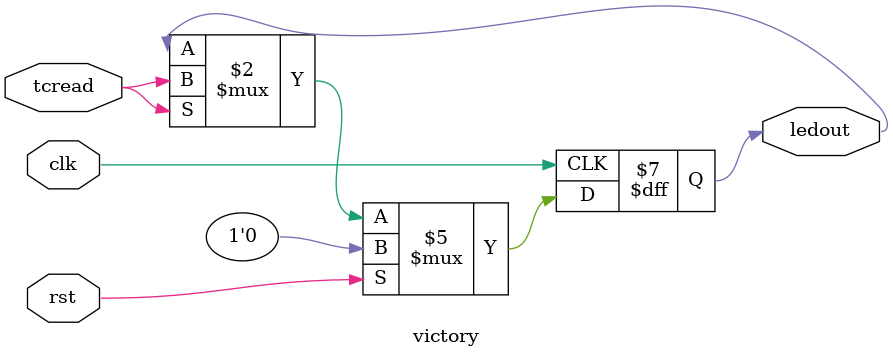
<source format=v>
module victory(clk, tcread,rst,ledout);
input tcread, clk;
input rst;
output ledout;


reg ledout;


always @(posedge clk)begin	
	if(rst)	ledout <= 0;
	else if (tcread) ledout <= tcread;
end
endmodule

</source>
